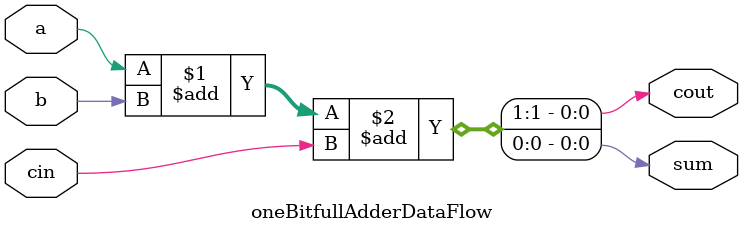
<source format=v>
module oneBitfullAdderDataFlow(a, b, cin, cout, sum);

    input a, b, cin;
    output cout, sum;

    // DataFlow Approach:
    assign {cout, sum} = a+b+cin;



    // wire s1, s2, c1;

    // xor(s1, a, b);
    // and(c1, a, b);
    // xor(sum, s1, cin);
    // and(s2, s1, cin);
    // or (cout, s2, c1);


endmodule
</source>
